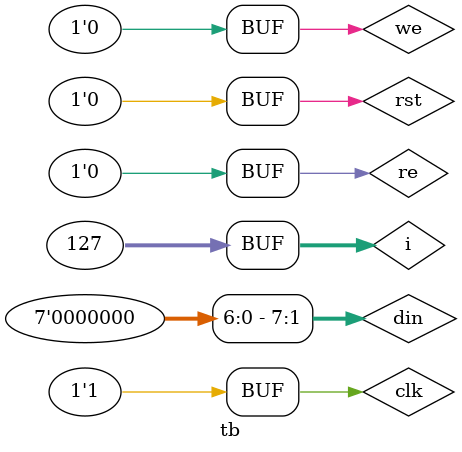
<source format=v>
module tb();
  reg [7:0] din;
  reg clk,rst,we,re;
  wire full,emp;
  wire [7:0]dout;
  
  fifo u0(din,clk,rst,we,re,full,emp,dout);
  
  integer i;
  
  always
  begin
    clk=0;
    #5
    clk=1;
    #5;
  end
  
  initial
  begin
    rst=1;
    #5 rst=0;
  end
  
  always
    begin
    for(i=0;i<127;i=i+1)
    begin  din=$random;  
    we=1;
	#30
	we=0;re=1;
	#20;
	end
    re=1;we=0;
    #50
     re=0; 
   
    end
  
  
endmodule

</source>
